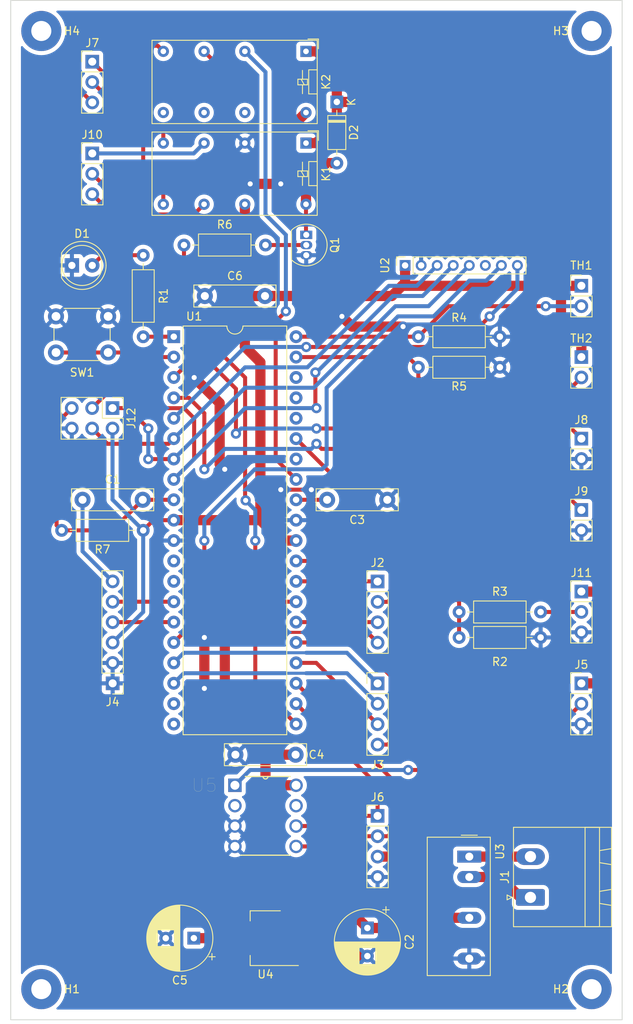
<source format=kicad_pcb>
(kicad_pcb (version 20211014) (generator pcbnew)
  (layers (0 "F.Cu" signal) (31 "B.Cu" signal) (34 "B.Paste" user) (35 "F.Paste" user) (36 "B.SilkS" user "B.Silkscreen") (37 "F.SilkS" user "F.Silkscreen") (38 "B.Mask" user) (39 "F.Mask" user) (44 "Edge.Cuts" user))
  (net 0 "")
  (net 1 "DTR")
  (net 2 "+5V")
  (net 3 "GND")
  (net 4 "Net-(C3-Pad2)")
  (net 5 "+3V3")
  (net 6 "Net-(D1-Pad2)")
  (net 7 "Net-(D2-Pad2)")
  (net 8 "Net-(J1-Pad1)")
  (net 9 "Net-(J1-Pad2)")
  (net 10 "Net-(J2-Pad1)")
  (net 11 "Net-(J2-Pad2)")
  (net 12 "Net-(J2-Pad3)")
  (net 13 "Net-(J2-Pad4)")
  (net 14 "Net-(J3-Pad1)")
  (net 15 "Net-(J3-Pad2)")
  (net 16 "Net-(J3-Pad3)")
  (net 17 "Net-(J3-Pad4)")
  (net 18 "RX")
  (net 19 "TX")
  (net 20 "CNT_IN")
  (net 21 "SCL")
  (net 22 "SDA")
  (net 23 "Net-(J7-Pad1)")
  (net 24 "Net-(J7-Pad2)")
  (net 25 "Net-(J7-Pad3)")
  (net 26 "PB2")
  (net 27 "PB3")
  (net 28 "Net-(J10-Pad1)")
  (net 29 "Net-(J10-Pad2)")
  (net 30 "Net-(J10-Pad3)")
  (net 31 "Net-(J11-Pad2)")
  (net 32 "MISO")
  (net 33 "SCK")
  (net 34 "MOSI")
  (net 35 "RST")
  (net 36 "PA7")
  (net 40 "Net-(Q1-Pad2)")
  (net 41 "Net-(R1-Pad1)")
  (net 42 "PA5")
  (net 43 "NTC1")
  (net 44 "NTC2")
  (net 45 "PH-ORP-TOGGLE")
  (net 46 "Net-(SW1-Pad2)")
  (net 47 "CC1101_CS")
  (net 51 "CC1101_GDO0")
  (footprint "Resistor_THT:R_Axial_DIN0207_L6.3mm_D2.5mm_P10.16mm_Horizontal" (layer "F.Cu") (at 116.84 76.19)
    (fp_text reference "R4")
    (fp_text value "10k")
  )
  (footprint "Resistor_THT:R_Axial_DIN0207_L6.3mm_D2.5mm_P10.16mm_Horizontal" (layer "F.Cu") (at 132.08 110.49 180)
    (fp_text reference "R3")
    (fp_text value "80k")
  )
  (footprint "Connector_PinHeader_2.54mm:PinHeader_1x04_P2.54mm_Vertical" (layer "F.Cu") (at 111.76 106.69)
    (fp_text reference "J2")
    (fp_text value "Relays")
  )
  (footprint "Relay_THT:Relay_DPDT_Omron_G5V-2" (layer "F.Cu") (at 102.8375 40.64 -90)
    (fp_text reference "K2")
    (fp_text value "G5V-2")
  )
  (footprint "Connector_Phoenix_MSTB:PhoenixContact_MSTBA_2,5_2-G-5,08_1x02_P5.08mm_Horizontal" (layer "F.Cu") (at 130.81 146.05 90)
    (fp_text reference "J1")
    (fp_text value "Screw_Terminal_01x02")
  )
  (footprint "Connector_PinSocket_2.00mm:PinSocket_1x08_P2.00mm_Vertical" (layer "F.Cu") (at 115.19 67.31 90)
    (fp_text reference "U2")
    (fp_text value "CC1101")
  )
  (footprint "Capacitor_THT:C_Rect_L10.0mm_W2.5mm_P7.50mm_MKS4" (layer "F.Cu") (at 94.04 128.27)
    (fp_text reference "C4")
    (fp_text value "100n")
  )
  (footprint "Capacitor_THT:C_Rect_L10.0mm_W2.5mm_P7.50mm_MKS4" (layer "F.Cu") (at 112.97 96.51 180)
    (fp_text reference "C3")
    (fp_text value "100n")
  )
  (footprint "Relay_THT:Relay_DPDT_Omron_G5V-2" (layer "F.Cu") (at 102.8375 52.07 -90)
    (fp_text reference "K1")
    (fp_text value "G5V-2")
  )
  (footprint "Package_TO_SOT_THT:TO-92_Inline" (layer "F.Cu") (at 102.87 63.5 -90)
    (fp_text reference "Q1")
    (fp_text value "BC547")
  )
  (footprint "MountingHole:MountingHole_2.5mm_Pad" (layer "F.Cu") (at 138.43 38.1)
    (fp_text reference "H3")
    (fp_text value "MountingHole")
  )
  (footprint "Resistor_THT:R_Axial_DIN0207_L6.3mm_D2.5mm_P10.16mm_Horizontal" (layer "F.Cu") (at 127 80 180)
    (fp_text reference "R5")
    (fp_text value "10k")
  )
  (footprint "Connector_PinHeader_2.54mm:PinHeader_1x06_P2.54mm_Vertical" (layer "F.Cu") (at 78.74 119.38 180)
    (fp_text reference "J4")
    (fp_text value "FTDI")
  )
  (footprint "LED_THT:LED_D5.0mm" (layer "F.Cu") (at 73.66 67.31)
    (fp_text reference "D1")
    (fp_text value "LED")
  )
  (footprint "Capacitor_THT:CP_Radial_D8.0mm_P3.50mm" (layer "F.Cu") (at 88.86 151.13 180)
    (fp_text reference "C5")
    (fp_text value "470µ")
  )
  (footprint "Capacitor_THT:C_Rect_L10.0mm_W2.5mm_P7.50mm_MKS4" (layer "F.Cu") (at 90.23 71.12)
    (fp_text reference "C6")
    (fp_text value "100n")
  )
  (footprint "Resistor_THT:R_Axial_DIN0207_L6.3mm_D2.5mm_P10.16mm_Horizontal" (layer "F.Cu") (at 82.55 76.2 90)
    (fp_text reference "R1")
    (fp_text value "240")
  )
  (footprint "Connector_PinHeader_2.54mm:PinHeader_1x03_P2.54mm_Vertical" (layer "F.Cu") (at 137.16 119.385)
    (fp_text reference "J5")
    (fp_text value "Flow-Sensor")
  )
  (footprint "MountingHole:MountingHole_2.5mm_Pad" (layer "F.Cu") (at 69.85 38.1)
    (fp_text reference "H4")
    (fp_text value "MountingHole")
  )
  (footprint "Converter_DCDC:Converter_DCDC_TRACO_TMR-1-xxxx_Single_THT" (layer "F.Cu") (at 123.19 140.97 -90)
    (fp_text reference "U3")
    (fp_text value "DC-DC Wandler")
  )
  (footprint "MountingHole:MountingHole_2.5mm_Pad" (layer "F.Cu") (at 69.85 157.48)
    (fp_text reference "H1")
    (fp_text value "MountingHole")
  )
  (footprint "MountingHole:MountingHole_2.5mm_Pad" (layer "F.Cu") (at 138.43 157.48)
    (fp_text reference "H2")
    (fp_text value "MountingHole")
  )
  (footprint "Connector_PinHeader_2.54mm:PinHeader_1x03_P2.54mm_Vertical" (layer "F.Cu") (at 137.16 107.94)
    (fp_text reference "J11")
    (fp_text value "Drucksensor")
  )
  (footprint "Connector_PinHeader_2.54mm:PinHeader_1x03_P2.54mm_Vertical" (layer "F.Cu") (at 76.2 53.355)
    (fp_text reference "J10")
    (fp_text value "ORP Sensorplatine")
  )
  (footprint "Capacitor_THT:C_Rect_L10.0mm_W2.5mm_P7.50mm_MKS4" (layer "F.Cu") (at 82.49 96.51 180)
    (fp_text reference "C1")
    (fp_text value "100n")
  )
  (footprint "Connector_PinHeader_2.54mm:PinHeader_1x03_P2.54mm_Vertical" (layer "F.Cu") (at 76.2 41.925)
    (fp_text reference "J7")
    (fp_text value "PH Sensorplatine")
  )
  (footprint "Connector_PinHeader_2.54mm:PinHeader_1x02_P2.54mm_Vertical" (layer "F.Cu") (at 137.16 69.845)
    (fp_text reference "TH1")
    (fp_text value "NTC")
  )
  (footprint "Resistor_THT:R_Axial_DIN0207_L6.3mm_D2.5mm_P10.16mm_Horizontal" (layer "F.Cu") (at 82.55 100.32 180)
    (fp_text reference "R7")
    (fp_text value "10k")
  )
  (footprint "Capacitor_THT:CP_Radial_D8.0mm_P3.50mm" (layer "F.Cu") (at 110.49 149.86 -90)
    (fp_text reference "C2")
    (fp_text value "470µ")
  )
  (footprint "Connector_PinHeader_2.54mm:PinHeader_2x03_P2.54mm_Vertical" (layer "F.Cu") (at 78.725 85.085 -90)
    (fp_text reference "J12")
    (fp_text value "ISP")
  )
  (footprint "Resistor_THT:R_Axial_DIN0207_L6.3mm_D2.5mm_P10.16mm_Horizontal" (layer "F.Cu") (at 97.79 64.77 180)
    (fp_text reference "R6")
    (fp_text value "240")
  )
  (footprint "Diode_THT:D_DO-35_SOD27_P7.62mm_Horizontal" (layer "F.Cu") (at 106.68 46.9425 -90)
    (fp_text reference "D2")
    (fp_text value "D_Small_ALT")
  )
  (footprint "Connector_PinHeader_2.54mm:PinHeader_1x02_P2.54mm_Vertical" (layer "F.Cu") (at 137.16 78.73)
    (fp_text reference "TH2")
    (fp_text value "NTC")
  )
  (footprint "Connector_PinHeader_2.54mm:PinHeader_1x02_P2.54mm_Vertical" (layer "F.Cu") (at 137.16 97.78)
    (fp_text reference "J9")
    (fp_text value "Schließerkontakt")
  )
  (footprint "Resistor_THT:R_Axial_DIN0207_L6.3mm_D2.5mm_P10.16mm_Horizontal" (layer "F.Cu") (at 121.92 113.665)
    (fp_text reference "R2")
    (fp_text value "220k")
  )
  (footprint "Package_TO_SOT_SMD:SOT-223-3_TabPin2" (layer "F.Cu") (at 97.79 151.13 180)
    (fp_text reference "U4")
    (fp_text value "AMS1117-3.3")
  )
  (footprint "Connector_PinHeader_2.54mm:PinHeader_1x04_P2.54mm_Vertical" (layer "F.Cu") (at 111.76 135.89)
    (fp_text reference "J6")
    (fp_text value "LCD Display")
  )
  (footprint "Connector_PinHeader_2.54mm:PinHeader_1x02_P2.54mm_Vertical" (layer "F.Cu") (at 137.16 88.89)
    (fp_text reference "J8")
    (fp_text value "Schließerkontakt")
  )
  (footprint "Connector_PinHeader_2.54mm:PinHeader_1x04_P2.54mm_Vertical" (layer "F.Cu") (at 111.76 119.39)
    (fp_text reference "J3")
    (fp_text value "Buttons")
  )
  (footprint "Button_Switch_THT:SW_PUSH_6mm_H13mm" (layer "F.Cu") (at 71.68 73.66)
    (fp_text reference "SW1")
    (fp_text value "Config")
  )
  (footprint "Package_DIP:DIP-40_W15.24mm" (layer "F.Cu") (at 86.36 76.19)
    (fp_text reference "U1")
    (fp_text value "ATmega1284P-PU")
  )
  (footprint "additional:DIP254P762X420-8" (layer "F.Cu") (at 101.6 139.7)
    (fp_text reference "U5")
    (fp_text value "PCF8583P")
  )
  (gr_rect (start 66.04 34.29) (end 142.24 161.3) (layer "Edge.Cuts") (width 0.1) (fill none))
  (segment (start 74.99 96.51) (end 74.99 102.93) (width 0.5) (layer "B.Cu") (net 1))
  (segment (start 74.99 102.93) (end 78.74 106.68) (width 0.5) (layer "B.Cu") (net 1))
  (segment (start 126.9525 46.9425) (end 139.7 59.69) (width 1.27) (layer "F.Cu") (net 2))
  (segment (start 119.38 148.59) (end 123.19 148.59) (width 1.27) (layer "F.Cu") (net 2))
  (segment (start 139.7 129.54) (end 134.62 134.62) (width 1.27) (layer "F.Cu") (net 2))
  (segment (start 102.8375 52.07) (end 104.1025 52.07) (width 1.27) (layer "F.Cu") (net 2))
  (segment (start 106.68 46.9425) (end 106.68 43.1425) (width 1.27) (layer "F.Cu") (net 2))
  (segment (start 110.49 149.86) (end 118.11 149.86) (width 1.27) (layer "F.Cu") (net 2))
  (segment (start 134.62 134.62) (end 121.92 134.62) (width 1.27) (layer "F.Cu") (net 2))
  (segment (start 100.94 148.83) (end 109.46 148.83) (width 1.27) (layer "F.Cu") (net 2))
  (segment (start 106.68 46.9425) (end 126.9525 46.9425) (width 1.27) (layer "F.Cu") (net 2))
  (segment (start 119.38 137.16) (end 119.38 148.59) (width 1.27) (layer "F.Cu") (net 2))
  (segment (start 104.1025 52.07) (end 106.68 49.4925) (width 1.27) (layer "F.Cu") (net 2))
  (segment (start 137.16 119.385) (end 139.695 119.385) (width 1.27) (layer "F.Cu") (net 2))
  (segment (start 121.92 134.62) (end 119.38 137.16) (width 1.27) (layer "F.Cu") (net 2))
  (segment (start 106.68 43.1425) (end 104.1775 40.64) (width 1.27) (layer "F.Cu") (net 2))
  (segment (start 111.76 140.97) (end 119.38 140.97) (width 1.27) (layer "F.Cu") (net 2))
  (segment (start 104.1775 40.64) (end 102.8375 40.64) (width 1.27) (layer "F.Cu") (net 2))
  (segment (start 137.17 107.95) (end 139.7 107.95) (width 1.27) (layer "F.Cu") (net 2))
  (segment (start 106.68 49.4925) (end 106.68 46.9425) (width 1.27) (layer "F.Cu") (net 2))
  (segment (start 139.7 59.69) (end 139.7 129.54) (width 1.27) (layer "F.Cu") (net 2))
  (segment (start 137.16 107.94) (end 137.17 107.95) (width 1.27) (layer "F.Cu") (net 2))
  (segment (start 118.11 149.86) (end 119.38 148.59) (width 1.27) (layer "F.Cu") (net 2))
  (segment (start 109.46 148.83) (end 110.49 149.86) (width 1.27) (layer "F.Cu") (net 2))
  (segment (start 92.075 84.455) (end 92.075 92.075) (width 1.27) (layer "F.Cu") (net 3))
  (segment (start 92.075 92.075) (end 92.71 92.71) (width 1.27) (layer "F.Cu") (net 3))
  (segment (start 101.01 153.36) (end 100.94 153.43) (width 0.5) (layer "F.Cu") (net 3))
  (segment (start 114.935 74.93) (end 108.585 74.93) (width 1.27) (layer "F.Cu") (net 3))
  (segment (start 88.9 81.28) (end 92.075 84.455) (width 1.27) (layer "F.Cu") (net 3))
  (segment (start 137.15 113.03) (end 137.16 113.02) (width 0.5) (layer "F.Cu") (net 3))
  (segment (start 108.585 74.93) (end 107.315 73.66) (width 1.27) (layer "F.Cu") (net 3))
  (segment (start 90.17 113.665) (end 90.17 120.015) (width 1.27) (layer "F.Cu") (net 3))
  (segment (start 99.695 95.25) (end 103.505 95.25) (width 0.5) (layer "F.Cu") (net 3))
  (segment (start 95.885 57.15) (end 99.695 57.15) (width 1.27) (layer "F.Cu") (net 3))
  (segment (start 110.49 153.359993) (end 101.010009 153.359993) (width 1.27) (layer "F.Cu") (net 3))
  (via (at 114.935 74.93) (size 1.27) (drill 0.635) (layers "F.Cu" "B.Cu") (net 3))
  (via (at 99.695 95.25) (size 1.27) (drill 0.635) (layers "F.Cu" "B.Cu") (net 3))
  (via (at 95.885 57.15) (size 1.27) (drill 0.635) (layers "F.Cu" "B.Cu") (net 3))
  (via (at 99.695 57.15) (size 1.27) (drill 0.635) (layers "F.Cu" "B.Cu") (net 3))
  (via (at 90.17 120.015) (size 1.27) (drill 0.635) (layers "F.Cu" "B.Cu") (net 3))
  (via (at 88.9 81.28) (size 1.27) (drill 0.635) (layers "F.Cu" "B.Cu") (net 3))
  (via (at 107.315 73.66) (size 1.27) (drill 0.635) (layers "F.Cu" "B.Cu") (net 3))
  (via (at 103.505 95.25) (size 1.27) (drill 0.635) (layers "F.Cu" "B.Cu") (net 3))
  (via (at 92.71 92.71) (size 1.27) (drill 0.635) (layers "F.Cu" "B.Cu") (net 3))
  (via (at 90.17 113.665) (size 1.27) (drill 0.635) (layers "F.Cu" "B.Cu") (net 3))
  (segment (start 101.6 96.51) (end 105.47 96.51) (width 0.5) (layer "F.Cu") (net 4))
  (segment (start 97.79 132.08) (end 101.6 132.08) (width 1.27) (layer "F.Cu") (net 5))
  (segment (start 97.155 79.375) (end 95.2175 77.4375) (width 1.27) (layer "F.Cu") (net 5))
  (segment (start 137.16 78.73) (end 137.16 76.2) (width 1.27) (layer "F.Cu") (net 5))
  (segment (start 134.62 69.85) (end 114.81 69.85) (width 1.27) (layer "F.Cu") (net 5))
  (segment (start 94.639994 151.13) (end 88.859995 151.13) (width 1.27) (layer "F.Cu") (net 5))
  (segment (start 114.81 69.85) (end 115.19 69.47) (width 1.27) (layer "F.Cu") (net 5))
  (segment (start 137.16 76.2) (end 134.62 73.66) (width 1.27) (layer "F.Cu") (net 5))
  (segment (start 115.19 69.47) (end 115.19 67.31) (width 1.27) (layer "F.Cu") (net 5))
  (segment (start 83.82 99.06) (end 83.83 99.05) (width 0.5) (layer "F.Cu") (net 5))
  (segment (start 97.155 99.049992) (end 97.155 79.375) (width 1.27) (layer "F.Cu") (net 5))
  (segment (start 92.720008 99.049992) (end 92.720008 123.200008) (width 1.27) (layer "F.Cu") (net 5))
  (segment (start 83.83 99.05) (end 86.36 99.05) (width 0.5) (layer "F.Cu") (net 5))
  (segment (start 134.62 73.66) (end 134.62 69.85) (width 1.27) (layer "F.Cu") (net 5))
  (segment (start 101.6 101.59) (end 99.695008 101.59) (width 1.27) (layer "F.Cu") (net 5))
  (segment (start 92.720008 99.049992) (end 97.155 99.049992) (width 1.27) (layer "F.Cu") (net 5))
  (segment (start 95.2175 77.4375) (end 95.2175 59.69) (width 1.27) (layer "F.Cu") (net 5))
  (segment (start 97.79 128.27) (end 97.79 143.51) (width 1.27) (layer "F.Cu") (net 5))
  (segment (start 137.16 69.85) (end 134.62 69.85) (width 1.27) (layer "F.Cu") (net 5))
  (segment (start 82.55 100.32) (end 83.81 99.06) (width 0.5) (layer "F.Cu") (net 5))
  (segment (start 97.79 143.51) (end 94.64 146.66) (width 1.27) (layer "F.Cu") (net 5))
  (segment (start 113.54 71.12) (end 114.81 69.85) (width 1.27) (layer "F.Cu") (net 5))
  (segment (start 86.36 99.049992) (end 92.720008 99.049992) (width 1.27) (layer "F.Cu") (net 5))
  (segment (start 83.81 99.06) (end 83.82 99.06) (width 0.5) (layer "F.Cu") (net 5))
  (segment (start 100.94 151.13) (end 94.64 151.13) (width 0.5) (layer "F.Cu") (net 5))
  (segment (start 97.79 128.27) (end 101.540005 128.27) (width 1.27) (layer "F.Cu") (net 5))
  (segment (start 99.695008 101.59) (end 97.155 99.049992) (width 1.27) (layer "F.Cu") (net 5))
  (segment (start 92.720008 123.200008) (end 97.79 128.27) (width 1.27) (layer "F.Cu") (net 5))
  (segment (start 95.2175 71.12) (end 113.54 71.12) (width 1.27) (layer "F.Cu") (net 5))
  (segment (start 94.64 146.66) (end 94.64 151.13) (width 1.27) (layer "F.Cu") (net 5))
  (segment (start 78.725 96.495) (end 82.55 100.32) (width 0.5) (layer "B.Cu") (net 5))
  (segment (start 82.55 110.49) (end 78.74 114.3) (width 0.5) (layer "B.Cu") (net 5))
  (segment (start 78.725 87.625) (end 78.725 96.495) (width 0.5) (layer "B.Cu") (net 5))
  (segment (start 82.55 100.32) (end 82.55 110.49) (width 0.5) (layer "B.Cu") (net 5))
  (segment (start 77.47 66.04) (end 76.2 67.31) (width 0.5) (layer "F.Cu") (net 6))
  (segment (start 82.55 66.04) (end 77.47 66.04) (width 0.5) (layer "F.Cu") (net 6))
  (segment (start 102.8375 54.5775) (end 102.8375 59.69) (width 1.27) (layer "F.Cu") (net 7))
  (segment (start 102.8375 63.4675) (end 102.87 63.5) (width 0.5) (layer "F.Cu") (net 7))
  (segment (start 101.57625 54.58625) (end 101.6 54.5625) (width 1.27) (layer "F.Cu") (net 7))
  (segment (start 102.8375 48.26) (end 100.33 50.7675) (width 1.27) (layer "F.Cu") (net 7))
  (segment (start 101.6 54.5625) (end 106.68 54.5625) (width 1.27) (layer "F.Cu") (net 7))
  (segment (start 100.33 53.34) (end 101.57625 54.58625) (width 1.27) (layer "F.Cu") (net 7))
  (segment (start 100.33 50.7675) (end 100.33 53.34) (width 1.27) (layer "F.Cu") (net 7))
  (segment (start 102.8225 54.5625) (end 102.8375 54.5775) (width 1.27) (layer "F.Cu") (net 7))
  (segment (start 102.8375 59.69) (end 102.8375 63.4675) (width 0.5) (layer "F.Cu") (net 7))
  (segment (start 127 143.51) (end 129.54 146.05) (width 1.27) (layer "F.Cu") (net 8))
  (segment (start 129.54 146.05) (end 130.81 146.05) (width 1.27) (layer "F.Cu") (net 8))
  (segment (start 123.19 143.51) (end 127 143.51) (width 1.27) (layer "F.Cu") (net 8))
  (segment (start 123.19 140.97) (end 130.81 140.97) (width 1.27) (layer "F.Cu") (net 9))
  (segment (start 111.74 106.67) (end 111.76 106.69) (width 0.5) (layer "F.Cu") (net 10))
  (segment (start 101.6 106.67) (end 111.74 106.67) (width 0.5) (layer "F.Cu") (net 10))
  (segment (start 112.409511 104.13) (end 113.665 105.385489) (width 0.5) (layer "F.Cu") (net 11))
  (segment (start 113.665 105.385489) (end 113.665 108.585) (width 0.5) (layer "F.Cu") (net 11))
  (segment (start 101.6 104.13) (end 112.409511 104.13) (width 0.5) (layer "F.Cu") (net 11))
  (segment (start 113.665 108.585) (end 113.02 109.23) (width 0.5) (layer "F.Cu") (net 11))
  (segment (start 113.02 109.23) (end 111.76 109.23) (width 0.5) (layer "F.Cu") (net 11))
  (segment (start 111.74 111.75) (end 111.76 111.77) (width 0.5) (layer "F.Cu") (net 12))
  (segment (start 101.6 111.75) (end 111.74 111.75) (width 0.5) (layer "F.Cu") (net 12))
  (segment (start 100.33 113.03) (end 100.30272 113.00272) (width 0.381) (layer "F.Cu") (net 13))
  (segment (start 110.452711 113.002711) (end 111.76 114.31) (width 0.5) (layer "F.Cu") (net 13))
  (segment (start 100.335 109.21) (end 99.695 109.85) (width 0.5) (layer "F.Cu") (net 13))
  (segment (start 102.87 113.03) (end 100.33 113.03) (width 0.381) (layer "F.Cu") (net 13))
  (segment (start 99.695 109.85) (end 99.695 112.395) (width 0.5) (layer "F.Cu") (net 13))
  (segment (start 102.897289 113.002711) (end 102.87 113.03) (width 0.5) (layer "F.Cu") (net 13))
  (segment (start 101.6 109.21) (end 100.335 109.21) (width 0.5) (layer "F.Cu") (net 13))
  (segment (start 110.452711 113.002711) (end 102.897289 113.002711) (width 0.5) (layer "F.Cu") (net 13))
  (segment (start 99.695 112.395) (end 100.302711 113.002711) (width 0.5) (layer "F.Cu") (net 13))
  (segment (start 102.89728 113.00272) (end 102.87 113.03) (width 0.381) (layer "F.Cu") (net 13))
  (segment (start 111.76 119.39) (end 107.94 115.57) (width 0.5) (layer "B.Cu") (net 14))
  (segment (start 100.33 115.57) (end 87.62 115.57) (width 0.5) (layer "B.Cu") (net 14))
  (segment (start 102.87 115.57) (end 100.33 115.57) (width 0.381) (layer "B.Cu") (net 14))
  (segment (start 87.62 115.57) (end 86.36 116.83) (width 0.5) (layer "B.Cu") (net 14))
  (segment (start 107.94 115.57) (end 102.87 115.57) (width 0.5) (layer "B.Cu") (net 14))
  (segment (start 107.950489 118.120489) (end 102.859511 118.120489) (width 0.5) (layer "B.Cu") (net 15))
  (segment (start 111.76 121.93) (end 107.950489 118.120489) (width 0.5) (layer "B.Cu") (net 15))
  (segment (start 87.609511 118.120489) (end 86.36 119.37) (width 0.5) (layer "B.Cu") (net 15))
  (segment (start 102.85951 118.12049) (end 100.31951 118.12049) (width 0.381) (layer "B.Cu") (net 15))
  (segment (start 100.319511 118.120489) (end 87.609511 118.120489) (width 0.5) (layer "B.Cu") (net 15))
  (segment (start 104.12 116.83) (end 111.76 124.47) (width 0.5) (layer "F.Cu") (net 16))
  (segment (start 101.6 116.83) (end 104.12 116.83) (width 0.5) (layer "F.Cu") (net 16))
  (segment (start 113.665 118.745) (end 109.21 114.29) (width 0.5) (layer "F.Cu") (net 17))
  (segment (start 109.21 114.29) (end 101.6 114.29) (width 0.5) (layer "F.Cu") (net 17))
  (segment (start 113.025 127.01) (end 113.665 126.37) (width 0.5) (layer "F.Cu") (net 17))
  (segment (start 113.665 126.37) (end 113.665 118.745) (width 0.5) (layer "F.Cu") (net 17))
  (segment (start 111.76 127.01) (end 113.025 127.01) (width 0.5) (layer "F.Cu") (net 17))
  (segment (start 78.75 111.75) (end 78.74 111.76) (width 0.5) (layer "F.Cu") (net 18))
  (segment (start 86.36 111.75) (end 78.75 111.75) (width 0.5) (layer "F.Cu") (net 18))
  (segment (start 86.36 109.21) (end 78.75 109.21) (width 0.5) (layer "F.Cu") (net 19))
  (segment (start 78.75 109.21) (end 78.74 109.22) (width 0.5) (layer "F.Cu") (net 19))
  (segment (start 128.91 130.175) (end 137.16 121.925) (width 0.5) (layer "F.Cu") (net 20))
  (segment (start 115.57 130.175) (end 128.91 130.175) (width 0.5) (layer "F.Cu") (net 20))
  (via (at 115.57 130.175) (size 1.27) (drill 0.635) (layers "F.Cu" "B.Cu") (net 20))
  (segment (start 115.57 130.175) (end 95.885 130.175) (width 0.5) (layer "B.Cu") (net 20))
  (segment (start 95.885 130.175) (end 93.98 132.08) (width 0.5) (layer "B.Cu") (net 20))
  (segment (start 104.14 137.16) (end 101.6 137.16) (width 0.5) (layer "F.Cu") (net 21))
  (segment (start 111.76 132.07) (end 111.76 135.89) (width 0.5) (layer "F.Cu") (net 21))
  (segment (start 105.41 135.89) (end 111.76 135.89) (width 0.5) (layer "F.Cu") (net 21))
  (segment (start 101.6 121.91) (end 111.76 132.07) (width 0.5) (layer "F.Cu") (net 21))
  (segment (start 105.41 135.89) (end 104.14 137.16) (width 0.5) (layer "F.Cu") (net 21))
  (segment (start 113.665 131.434992) (end 113.665 137.795) (width 0.5) (layer "F.Cu") (net 22))
  (segment (start 113.665 137.795) (end 113.03 138.43) (width 0.5) (layer "F.Cu") (net 22))
  (segment (start 101.6 119.369992) (end 113.665 131.434992) (width 0.5) (layer "F.Cu") (net 22))
  (segment (start 113.03 138.43) (end 111.76 138.43) (width 0.5) (layer "F.Cu") (net 22))
  (segment (start 111.76 138.43) (end 105.41 138.43) (width 0.5) (layer "F.Cu") (net 22))
  (segment (start 104.14 139.7) (end 101.6 139.7) (width 0.5) (layer "F.Cu") (net 22))
  (segment (start 105.41 138.43) (end 104.14 139.7) (width 0.5) (layer "F.Cu") (net 22))
  (segment (start 85.0575 50.7825) (end 76.2 41.925) (width 0.5) (layer "F.Cu") (net 23))
  (segment (start 85.0575 52.07) (end 85.0575 50.7825) (width 0.5) (layer "F.Cu") (net 23))
  (segment (start 76.2 44.465) (end 82.55 50.815) (width 0.5) (layer "F.Cu") (net 24))
  (segment (start 82.55 54.6575) (end 85.0575 57.165) (width 0.5) (layer "F.Cu") (net 24))
  (segment (start 85.0575 57.165) (end 85.0575 59.69) (width 0.5) (layer "F.Cu") (net 24))
  (segment (start 82.55 50.815) (end 82.55 54.6575) (width 0.5) (layer "F.Cu") (net 24))
  (segment (start 84.3575 39.94) (end 74.995 39.94) (width 0.5) (layer "F.Cu") (net 25))
  (segment (start 74.295 40.64) (end 74.295 45.1) (width 0.5) (layer "F.Cu") (net 25))
  (segment (start 74.995 39.94) (end 74.295 40.64) (width 0.5) (layer "F.Cu") (net 25))
  (segment (start 85.0575 40.64) (end 84.3575 39.94) (width 0.5) (layer "F.Cu") (net 25))
  (segment (start 74.295 45.1) (end 76.2 47.005) (width 0.5) (layer "F.Cu") (net 25))
  (segment (start 94.106858 88.265) (end 94.106858 82.676858) (width 0.5) (layer "F.Cu") (net 26))
  (segment (start 94.106858 82.676858) (end 91.44 80.01) (width 0.5) (layer "F.Cu") (net 26))
  (segment (start 104.14 87.63) (end 135.9 87.63) (width 0.5) (layer "F.Cu") (net 26))
  (segment (start 91.44 80.01) (end 87.62 80.01) (width 0.5) (layer "F.Cu") (net 26))
  (segment (start 135.9 87.63) (end 137.16 88.89) (width 0.5) (layer "F.Cu") (net 26))
  (segment (start 87.62 80.01) (end 86.36 81.27) (width 0.5) (layer "F.Cu") (net 26))
  (via (at 104.14 87.63) (size 1.27) (drill 0.635) (layers "F.Cu" "B.Cu") (net 26))
  (via (at 94.106858 88.265) (size 1.27) (drill 0.635) (layers "F.Cu" "B.Cu") (net 26))
  (segment (start 94.106858 88.265) (end 94.741858 87.63) (width 0.5) (layer "B.Cu") (net 26))
  (segment (start 94.741858 87.63) (end 104.14 87.63) (width 0.5) (layer "B.Cu") (net 26))
  (segment (start 90.17 85.725) (end 88.255 83.81) (width 0.5) (layer "F.Cu") (net 27))
  (segment (start 90.17 92.71) (end 90.17 85.725) (width 0.5) (layer "F.Cu") (net 27))
  (segment (start 129.55 90.17) (end 137.16 97.78) (width 0.5) (layer "F.Cu") (net 27))
  (segment (start 104.14 89.535) (end 104.775 90.17) (width 0.5) (layer "F.Cu") (net 27))
  (segment (start 88.255 83.81) (end 86.36 83.81) (width 0.5) (layer "F.Cu") (net 27))
  (segment (start 104.775 90.17) (end 129.55 90.17) (width 0.5) (layer "F.Cu") (net 27))
  (via (at 90.17 92.71) (size 1.27) (drill 0.635) (layers "F.Cu" "B.Cu") (net 27))
  (via (at 104.14 89.535) (size 1.27) (drill 0.635) (layers "F.Cu" "B.Cu") (net 27))
  (segment (start 92.71 90.17) (end 90.17 92.71) (width 0.5) (layer "B.Cu") (net 27))
  (segment (start 103.505 90.17) (end 92.71 90.17) (width 0.5) (layer "B.Cu") (net 27))
  (segment (start 104.14 89.535) (end 103.505 90.17) (width 0.5) (layer "B.Cu") (net 27))
  (segment (start 76.2 53.355) (end 88.8525 53.355) (width 0.5) (layer "B.Cu") (net 28))
  (segment (start 88.8525 53.355) (end 90.1375 52.07) (width 0.5) (layer "B.Cu") (net 28))
  (segment (start 76.2 55.895) (end 81.265 60.96) (width 0.5) (layer "F.Cu") (net 29))
  (segment (start 81.265 60.96) (end 88.8675 60.96) (width 0.5) (layer "F.Cu") (net 29))
  (segment (start 88.8675 60.96) (end 90.1375 59.69) (width 0.5) (layer "F.Cu") (net 29))
  (segment (start 90.1375 40.64) (end 92.71 43.2125) (width 0.5) (layer "F.Cu") (net 30))
  (segment (start 90.17 62.23) (end 79.995 62.23) (width 0.5) (layer "F.Cu") (net 30))
  (segment (start 92.71 59.69) (end 90.17 62.23) (width 0.5) (layer "F.Cu") (net 30))
  (segment (start 79.995 62.23) (end 76.185 58.42) (width 0.5) (layer "F.Cu") (net 30))
  (segment (start 92.71 43.2125) (end 92.71 59.69) (width 0.5) (layer "F.Cu") (net 30))
  (segment (start 137.16 110.48) (end 137.15 110.49) (width 0.5) (layer "F.Cu") (net 31))
  (segment (start 137.15 110.49) (end 132.08 110.49) (width 0.5) (layer "F.Cu") (net 31))
  (segment (start 80.64 85.085) (end 83.185 87.63) (width 0.5) (layer "F.Cu") (net 32))
  (segment (start 78.725 85.085) (end 80.64 85.085) (width 0.5) (layer "F.Cu") (net 32))
  (segment (start 83.185 91.44) (end 86.35 91.44) (width 0.5) (layer "F.Cu") (net 32))
  (segment (start 86.35 91.44) (end 86.36 91.43) (width 0.5) (layer "F.Cu") (net 32))
  (via (at 83.185 91.44) (size 1.27) (drill 0.635) (layers "F.Cu" "B.Cu") (net 32))
  (via (at 83.185 87.63) (size 1.27) (drill 0.635) (layers "F.Cu" "B.Cu") (net 32))
  (segment (start 103.8225 82.55) (end 113.9825 72.39) (width 0.5) (layer "B.Cu") (net 32))
  (segment (start 113.9825 72.39) (end 118.11 72.39) (width 0.5) (layer "B.Cu") (net 32))
  (segment (start 118.11 72.39) (end 123.19 67.31) (width 0.5) (layer "B.Cu") (net 32))
  (segment (start 95.24 82.55) (end 103.8225 82.55) (width 0.5) (layer "B.Cu") (net 32))
  (segment (start 83.185 87.63) (end 83.185 91.44) (width 0.5) (layer "B.Cu") (net 32))
  (segment (start 86.36 91.43) (end 95.24 82.55) (width 0.5) (layer "B.Cu") (net 32))
  (segment (start 88.9 86.39085) (end 88.9 91.43) (width 0.5) (layer "F.Cu") (net 33))
  (segment (start 76.185 85.085) (end 78.085 83.185) (width 0.5) (layer "F.Cu") (net 33))
  (segment (start 87.637289 85.097289) (end 88.9 86.36) (width 0.5) (layer "F.Cu") (net 33))
  (segment (start 104.008142 80.645) (end 104.008142 84.958142) (width 0.5) (layer "F.Cu") (net 33))
  (segment (start 104.008142 84.958142) (end 104.14 85.09) (width 0.5) (layer "F.Cu") (net 33))
  (segment (start 78.085 83.185) (end 82.92191 83.185) (width 0.5) (layer "F.Cu") (net 33))
  (segment (start 84.834199 85.097289) (end 87.637289 85.097289) (width 0.5) (layer "F.Cu") (net 33))
  (segment (start 82.92191 83.185) (end 84.834199 85.097289) (width 0.5) (layer "F.Cu") (net 33))
  (segment (start 88.9 91.43) (end 86.36 93.97) (width 0.5) (layer "F.Cu") (net 33))
  (via (at 104.008142 80.645) (size 1.27) (drill 0.635) (layers "F.Cu" "B.Cu") (net 33))
  (via (at 104.14 85.09) (size 1.27) (drill 0.635) (layers "F.Cu" "B.Cu") (net 33))
  (segment (start 104.14 80.645) (end 113.665 71.12) (width 0.5) (layer "B.Cu") (net 33))
  (segment (start 104.14 85.09) (end 95.24 85.09) (width 0.5) (layer "B.Cu") (net 33))
  (segment (start 95.24 85.09) (end 86.36 93.97) (width 0.5) (layer "B.Cu") (net 33))
  (segment (start 104.008142 80.645) (end 104.14 80.645) (width 0.5) (layer "B.Cu") (net 33))
  (segment (start 117.38 71.12) (end 121.19 67.31) (width 0.5) (layer "B.Cu") (net 33))
  (segment (start 113.665 71.12) (end 117.38 71.12) (width 0.5) (layer "B.Cu") (net 33))
  (segment (start 76.185 87.625) (end 78.095 89.535) (width 0.5) (layer "F.Cu") (net 34))
  (segment (start 78.095 89.535) (end 85.715 89.535) (width 0.5) (layer "F.Cu") (net 34))
  (segment (start 85.715 89.535) (end 86.36 88.89) (width 0.5) (layer "F.Cu") (net 34))
  (segment (start 86.36 88.89) (end 95.24 80.01) (width 0.5) (layer "B.Cu") (net 34))
  (segment (start 103.008102 80.01) (end 113.168102 69.85) (width 0.5) (layer "B.Cu") (net 34))
  (segment (start 95.24 80.01) (end 103.008102 80.01) (width 0.5) (layer "B.Cu") (net 34))
  (segment (start 113.168102 69.85) (end 116.65 69.85) (width 0.5) (layer "B.Cu") (net 34))
  (segment (start 116.65 69.85) (end 119.19 67.31) (width 0.5) (layer "B.Cu") (net 34))
  (segment (start 71.755 99.685) (end 72.39 100.32) (width 0.5) (layer "F.Cu") (net 35))
  (segment (start 71.755 86.975) (end 71.755 99.685) (width 0.5) (layer "F.Cu") (net 35))
  (segment (start 86.36 96.51) (end 82.49 96.51) (width 0.5) (layer "F.Cu") (net 35))
  (segment (start 78.68 100.32) (end 72.39 100.32) (width 0.5) (layer "F.Cu") (net 35))
  (segment (start 73.645 85.085) (end 71.755 86.975) (width 0.5) (layer "F.Cu") (net 35))
  (segment (start 82.49 96.51) (end 78.68 100.32) (width 0.5) (layer "F.Cu") (net 35))
  (segment (start 99.06 74.295) (end 99.06 91.43) (width 0.5) (layer "F.Cu") (net 36))
  (segment (start 99.06 91.43) (end 101.6 93.97) (width 0.5) (layer "F.Cu") (net 36))
  (segment (start 100.33 73.025) (end 99.06 74.295) (width 0.5) (layer "F.Cu") (net 36))
  (via (at 100.33 73.025) (size 1.27) (drill 0.635) (layers "F.Cu" "B.Cu") (net 36))
  (segment (start 97.79 60.96) (end 97.79 43.2125) (width 0.5) (layer "B.Cu") (net 36))
  (segment (start 100.33 73.025) (end 100.33 63.5) (width 0.5) (layer "B.Cu") (net 36))
  (segment (start 100.33 63.5) (end 97.79 60.96) (width 0.5) (layer "B.Cu") (net 36))
  (segment (start 97.79 43.2125) (end 95.2175 40.64) (width 0.5) (layer "B.Cu") (net 36))
  (segment (start 102.87 64.77) (end 97.79 64.77) (width 0.5) (layer "F.Cu") (net 40))
  (segment (start 82.56 76.19) (end 82.55 76.2) (width 0.5) (layer "F.Cu") (net 41))
  (segment (start 86.36 76.19) (end 82.56 76.19) (width 0.5) (layer "F.Cu") (net 41))
  (segment (start 121.92 110.49) (end 121.92 109.21) (width 0.5) (layer "F.Cu") (net 42))
  (segment (start 121.92 113.665) (end 121.92 110.49) (width 0.5) (layer "F.Cu") (net 42))
  (segment (start 121.92 109.21) (end 101.6 88.89) (width 0.5) (layer "F.Cu") (net 42))
  (segment (start 132.715 72.39) (end 120.64 72.39) (width 0.5) (layer "F.Cu") (net 43))
  (segment (start 120.64 72.39) (end 116.84 76.19) (width 0.5) (layer "F.Cu") (net 43))
  (segment (start 101.6 76.19) (end 116.84 76.19) (width 0.5) (layer "F.Cu") (net 43))
  (via (at 132.715 72.39) (size 1.27) (drill 0.635) (layers "F.Cu" "B.Cu") (net 43))
  (segment (start 132.715 72.39) (end 137.16 72.39) (width 0.5) (layer "B.Cu") (net 43))
  (segment (start 118.12 82.55) (end 135.88 82.55) (width 0.5) (layer "F.Cu") (net 44))
  (segment (start 116.84 81.27) (end 118.12 82.55) (width 0.5) (layer "F.Cu") (net 44))
  (segment (start 101.6 78.73) (end 115.57 78.73) (width 0.5) (layer "F.Cu") (net 44))
  (segment (start 116.84 80) (end 116.84 81.27) (width 0.5) (layer "F.Cu") (net 44))
  (segment (start 135.88 82.55) (end 137.16 81.27) (width 0.5) (layer "F.Cu") (net 44))
  (segment (start 115.57 78.73) (end 116.84 80) (width 0.5) (layer "F.Cu") (net 44))
  (segment (start 95.315925 96.585925) (end 95.25 96.52) (width 0.5) (layer "F.Cu") (net 45))
  (segment (start 95.25 81.28) (end 87.63 73.66) (width 0.5) (layer "F.Cu") (net 45))
  (segment (start 87.63 73.66) (end 87.63 64.77) (width 0.5) (layer "F.Cu") (net 45))
  (segment (start 96.52 119.37) (end 96.52 101.6) (width 0.5) (layer "F.Cu") (net 45))
  (segment (start 95.25 96.52) (end 95.25 81.28) (width 0.5) (layer "F.Cu") (net 45))
  (segment (start 101.6 124.45) (end 96.52 119.37) (width 0.5) (layer "F.Cu") (net 45))
  (via (at 96.52 101.6) (size 1.27) (drill 0.635) (layers "F.Cu" "B.Cu") (net 45))
  (via (at 95.315925 96.585925) (size 1.27) (drill 0.635) (layers "F.Cu" "B.Cu") (net 45))
  (segment (start 96.52 97.79) (end 95.315925 96.585925) (width 0.5) (layer "B.Cu") (net 45))
  (segment (start 96.52 101.6) (end 96.52 97.79) (width 0.5) (layer "B.Cu") (net 45))
  (segment (start 80.44 78.16) (end 78.18 78.16) (width 0.5) (layer "F.Cu") (net 46))
  (segment (start 78.18 78.16) (end 71.68 78.16) (width 0.5) (layer "F.Cu") (net 46))
  (segment (start 86.36 78.73) (end 81.01 78.73) (width 0.5) (layer "F.Cu") (net 46))
  (segment (start 81.01 78.73) (end 80.44 78.16) (width 0.5) (layer "F.Cu") (net 46))
  (segment (start 121.92 77.47) (end 102.87 77.47) (width 0.5) (layer "F.Cu") (net 47))
  (segment (start 125.73 73.66) (end 121.92 77.47) (width 0.5) (layer "F.Cu") (net 47))
  (via (at 102.87 77.47) (size 1.27) (drill 0.635) (layers "F.Cu" "B.Cu") (net 47))
  (via (at 125.73 73.66) (size 1.27) (drill 0.635) (layers "F.Cu" "B.Cu") (net 47))
  (segment (start 125.73 73.66) (end 129.19 70.2) (width 0.5) (layer "B.Cu") (net 47))
  (segment (start 95.24 77.47) (end 102.87 77.47) (width 0.5) (layer "B.Cu") (net 47))
  (segment (start 129.19 70.2) (end 129.19 67.31) (width 0.5) (layer "B.Cu") (net 47))
  (segment (start 86.36 86.35) (end 95.24 77.47) (width 0.5) (layer "B.Cu") (net 47))
  (segment (start 90.17 101.6) (end 90.17 110.48) (width 0.5) (layer "F.Cu") (net 51))
  (segment (start 90.17 110.48) (end 86.36 114.29) (width 0.5) (layer "F.Cu") (net 51))
  (via (at 90.17 101.6) (size 1.27) (drill 0.635) (layers "F.Cu" "B.Cu") (net 51))
  (segment (start 125.285 69.215) (end 127.19 67.31) (width 0.5) (layer "B.Cu") (net 51))
  (segment (start 90.17 101.6) (end 90.17 98.994067) (width 0.5) (layer "B.Cu") (net 51))
  (segment (start 96.454067 92.71) (end 104.842065 92.71) (width 0.5) (layer "B.Cu") (net 51))
  (segment (start 104.842065 92.71) (end 105.41 92.142065) (width 0.5) (layer "B.Cu") (net 51))
  (segment (start 123.19 69.215) (end 125.285 69.215) (width 0.5) (layer "B.Cu") (net 51))
  (segment (start 105.41 82.55) (end 114.3 73.66) (width 0.5) (layer "B.Cu") (net 51))
  (segment (start 114.3 73.66) (end 118.745 73.66) (width 0.5) (layer "B.Cu") (net 51))
  (segment (start 105.41 92.142065) (end 105.41 82.55) (width 0.5) (layer "B.Cu") (net 51))
  (segment (start 90.17 98.994067) (end 96.454067 92.71) (width 0.5) (layer "B.Cu") (net 51))
  (segment (start 118.745 73.66) (end 123.19 69.215) (width 0.5) (layer "B.Cu") (net 51))
  (zone (net 3) (net_name "GND") (layer "B.Cu") (connect_pads (clearance 0.508)) (min_thickness 0.254) (fill yes (thermal_gap 0.508) (thermal_bridge_width 0.508))
    (polygon (pts (xy 140.97 160.02) (xy 67.31 160.02) (xy 67.31 35.56) (xy 140.97 35.56)))
  )
)
</source>
